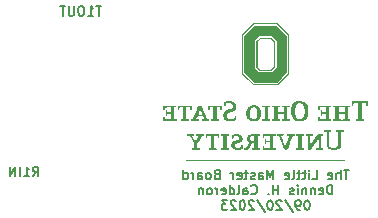
<source format=gbr>
%TF.GenerationSoftware,KiCad,Pcbnew,7.0.7*%
%TF.CreationDate,2023-09-21T17:56:25-04:00*%
%TF.ProjectId,Little_Master_Board,4c697474-6c65-45f4-9d61-737465725f42,rev?*%
%TF.SameCoordinates,Original*%
%TF.FileFunction,Legend,Bot*%
%TF.FilePolarity,Positive*%
%FSLAX46Y46*%
G04 Gerber Fmt 4.6, Leading zero omitted, Abs format (unit mm)*
G04 Created by KiCad (PCBNEW 7.0.7) date 2023-09-21 17:56:25*
%MOMM*%
%LPD*%
G01*
G04 APERTURE LIST*
%ADD10C,0.150000*%
G04 APERTURE END LIST*
D10*
X127452497Y-61933895D02*
X126995354Y-61933895D01*
X127223926Y-62733895D02*
X127223926Y-61933895D01*
X126309640Y-62733895D02*
X126766783Y-62733895D01*
X126538211Y-62733895D02*
X126538211Y-61933895D01*
X126538211Y-61933895D02*
X126614402Y-62048180D01*
X126614402Y-62048180D02*
X126690592Y-62124371D01*
X126690592Y-62124371D02*
X126766783Y-62162466D01*
X125814401Y-61933895D02*
X125662020Y-61933895D01*
X125662020Y-61933895D02*
X125585830Y-61971990D01*
X125585830Y-61971990D02*
X125509639Y-62048180D01*
X125509639Y-62048180D02*
X125471544Y-62200561D01*
X125471544Y-62200561D02*
X125471544Y-62467228D01*
X125471544Y-62467228D02*
X125509639Y-62619609D01*
X125509639Y-62619609D02*
X125585830Y-62695800D01*
X125585830Y-62695800D02*
X125662020Y-62733895D01*
X125662020Y-62733895D02*
X125814401Y-62733895D01*
X125814401Y-62733895D02*
X125890592Y-62695800D01*
X125890592Y-62695800D02*
X125966782Y-62619609D01*
X125966782Y-62619609D02*
X126004878Y-62467228D01*
X126004878Y-62467228D02*
X126004878Y-62200561D01*
X126004878Y-62200561D02*
X125966782Y-62048180D01*
X125966782Y-62048180D02*
X125890592Y-61971990D01*
X125890592Y-61971990D02*
X125814401Y-61933895D01*
X125128687Y-61933895D02*
X125128687Y-62581514D01*
X125128687Y-62581514D02*
X125090592Y-62657704D01*
X125090592Y-62657704D02*
X125052497Y-62695800D01*
X125052497Y-62695800D02*
X124976306Y-62733895D01*
X124976306Y-62733895D02*
X124823925Y-62733895D01*
X124823925Y-62733895D02*
X124747735Y-62695800D01*
X124747735Y-62695800D02*
X124709640Y-62657704D01*
X124709640Y-62657704D02*
X124671544Y-62581514D01*
X124671544Y-62581514D02*
X124671544Y-61933895D01*
X124404878Y-61933895D02*
X123947735Y-61933895D01*
X124176307Y-62733895D02*
X124176307Y-61933895D01*
X121642972Y-76322895D02*
X121909639Y-75941942D01*
X122100115Y-76322895D02*
X122100115Y-75522895D01*
X122100115Y-75522895D02*
X121795353Y-75522895D01*
X121795353Y-75522895D02*
X121719163Y-75560990D01*
X121719163Y-75560990D02*
X121681068Y-75599085D01*
X121681068Y-75599085D02*
X121642972Y-75675276D01*
X121642972Y-75675276D02*
X121642972Y-75789561D01*
X121642972Y-75789561D02*
X121681068Y-75865752D01*
X121681068Y-75865752D02*
X121719163Y-75903847D01*
X121719163Y-75903847D02*
X121795353Y-75941942D01*
X121795353Y-75941942D02*
X122100115Y-75941942D01*
X120881068Y-76322895D02*
X121338211Y-76322895D01*
X121109639Y-76322895D02*
X121109639Y-75522895D01*
X121109639Y-75522895D02*
X121185830Y-75637180D01*
X121185830Y-75637180D02*
X121262020Y-75713371D01*
X121262020Y-75713371D02*
X121338211Y-75751466D01*
X120538210Y-76322895D02*
X120538210Y-75522895D01*
X120157258Y-76322895D02*
X120157258Y-75522895D01*
X120157258Y-75522895D02*
X119700115Y-76322895D01*
X119700115Y-76322895D02*
X119700115Y-75522895D01*
X148417667Y-75791695D02*
X147960524Y-75791695D01*
X148189096Y-76591695D02*
X148189096Y-75791695D01*
X147693857Y-76591695D02*
X147693857Y-75791695D01*
X147351000Y-76591695D02*
X147351000Y-76172647D01*
X147351000Y-76172647D02*
X147389095Y-76096457D01*
X147389095Y-76096457D02*
X147465286Y-76058361D01*
X147465286Y-76058361D02*
X147579572Y-76058361D01*
X147579572Y-76058361D02*
X147655762Y-76096457D01*
X147655762Y-76096457D02*
X147693857Y-76134552D01*
X146665285Y-76553600D02*
X146741476Y-76591695D01*
X146741476Y-76591695D02*
X146893857Y-76591695D01*
X146893857Y-76591695D02*
X146970047Y-76553600D01*
X146970047Y-76553600D02*
X147008143Y-76477409D01*
X147008143Y-76477409D02*
X147008143Y-76172647D01*
X147008143Y-76172647D02*
X146970047Y-76096457D01*
X146970047Y-76096457D02*
X146893857Y-76058361D01*
X146893857Y-76058361D02*
X146741476Y-76058361D01*
X146741476Y-76058361D02*
X146665285Y-76096457D01*
X146665285Y-76096457D02*
X146627190Y-76172647D01*
X146627190Y-76172647D02*
X146627190Y-76248838D01*
X146627190Y-76248838D02*
X147008143Y-76325028D01*
X145293857Y-76591695D02*
X145674809Y-76591695D01*
X145674809Y-76591695D02*
X145674809Y-75791695D01*
X145027190Y-76591695D02*
X145027190Y-76058361D01*
X145027190Y-75791695D02*
X145065286Y-75829790D01*
X145065286Y-75829790D02*
X145027190Y-75867885D01*
X145027190Y-75867885D02*
X144989095Y-75829790D01*
X144989095Y-75829790D02*
X145027190Y-75791695D01*
X145027190Y-75791695D02*
X145027190Y-75867885D01*
X144760524Y-76058361D02*
X144455762Y-76058361D01*
X144646238Y-75791695D02*
X144646238Y-76477409D01*
X144646238Y-76477409D02*
X144608143Y-76553600D01*
X144608143Y-76553600D02*
X144531953Y-76591695D01*
X144531953Y-76591695D02*
X144455762Y-76591695D01*
X144303381Y-76058361D02*
X143998619Y-76058361D01*
X144189095Y-75791695D02*
X144189095Y-76477409D01*
X144189095Y-76477409D02*
X144151000Y-76553600D01*
X144151000Y-76553600D02*
X144074810Y-76591695D01*
X144074810Y-76591695D02*
X143998619Y-76591695D01*
X143617667Y-76591695D02*
X143693857Y-76553600D01*
X143693857Y-76553600D02*
X143731952Y-76477409D01*
X143731952Y-76477409D02*
X143731952Y-75791695D01*
X143008142Y-76553600D02*
X143084333Y-76591695D01*
X143084333Y-76591695D02*
X143236714Y-76591695D01*
X143236714Y-76591695D02*
X143312904Y-76553600D01*
X143312904Y-76553600D02*
X143351000Y-76477409D01*
X143351000Y-76477409D02*
X143351000Y-76172647D01*
X143351000Y-76172647D02*
X143312904Y-76096457D01*
X143312904Y-76096457D02*
X143236714Y-76058361D01*
X143236714Y-76058361D02*
X143084333Y-76058361D01*
X143084333Y-76058361D02*
X143008142Y-76096457D01*
X143008142Y-76096457D02*
X142970047Y-76172647D01*
X142970047Y-76172647D02*
X142970047Y-76248838D01*
X142970047Y-76248838D02*
X143351000Y-76325028D01*
X142017666Y-76591695D02*
X142017666Y-75791695D01*
X142017666Y-75791695D02*
X141751000Y-76363123D01*
X141751000Y-76363123D02*
X141484333Y-75791695D01*
X141484333Y-75791695D02*
X141484333Y-76591695D01*
X140760523Y-76591695D02*
X140760523Y-76172647D01*
X140760523Y-76172647D02*
X140798618Y-76096457D01*
X140798618Y-76096457D02*
X140874809Y-76058361D01*
X140874809Y-76058361D02*
X141027190Y-76058361D01*
X141027190Y-76058361D02*
X141103380Y-76096457D01*
X140760523Y-76553600D02*
X140836714Y-76591695D01*
X140836714Y-76591695D02*
X141027190Y-76591695D01*
X141027190Y-76591695D02*
X141103380Y-76553600D01*
X141103380Y-76553600D02*
X141141476Y-76477409D01*
X141141476Y-76477409D02*
X141141476Y-76401219D01*
X141141476Y-76401219D02*
X141103380Y-76325028D01*
X141103380Y-76325028D02*
X141027190Y-76286933D01*
X141027190Y-76286933D02*
X140836714Y-76286933D01*
X140836714Y-76286933D02*
X140760523Y-76248838D01*
X140417666Y-76553600D02*
X140341475Y-76591695D01*
X140341475Y-76591695D02*
X140189094Y-76591695D01*
X140189094Y-76591695D02*
X140112904Y-76553600D01*
X140112904Y-76553600D02*
X140074808Y-76477409D01*
X140074808Y-76477409D02*
X140074808Y-76439314D01*
X140074808Y-76439314D02*
X140112904Y-76363123D01*
X140112904Y-76363123D02*
X140189094Y-76325028D01*
X140189094Y-76325028D02*
X140303380Y-76325028D01*
X140303380Y-76325028D02*
X140379570Y-76286933D01*
X140379570Y-76286933D02*
X140417666Y-76210742D01*
X140417666Y-76210742D02*
X140417666Y-76172647D01*
X140417666Y-76172647D02*
X140379570Y-76096457D01*
X140379570Y-76096457D02*
X140303380Y-76058361D01*
X140303380Y-76058361D02*
X140189094Y-76058361D01*
X140189094Y-76058361D02*
X140112904Y-76096457D01*
X139846237Y-76058361D02*
X139541475Y-76058361D01*
X139731951Y-75791695D02*
X139731951Y-76477409D01*
X139731951Y-76477409D02*
X139693856Y-76553600D01*
X139693856Y-76553600D02*
X139617666Y-76591695D01*
X139617666Y-76591695D02*
X139541475Y-76591695D01*
X138970046Y-76553600D02*
X139046237Y-76591695D01*
X139046237Y-76591695D02*
X139198618Y-76591695D01*
X139198618Y-76591695D02*
X139274808Y-76553600D01*
X139274808Y-76553600D02*
X139312904Y-76477409D01*
X139312904Y-76477409D02*
X139312904Y-76172647D01*
X139312904Y-76172647D02*
X139274808Y-76096457D01*
X139274808Y-76096457D02*
X139198618Y-76058361D01*
X139198618Y-76058361D02*
X139046237Y-76058361D01*
X139046237Y-76058361D02*
X138970046Y-76096457D01*
X138970046Y-76096457D02*
X138931951Y-76172647D01*
X138931951Y-76172647D02*
X138931951Y-76248838D01*
X138931951Y-76248838D02*
X139312904Y-76325028D01*
X138589094Y-76591695D02*
X138589094Y-76058361D01*
X138589094Y-76210742D02*
X138550999Y-76134552D01*
X138550999Y-76134552D02*
X138512904Y-76096457D01*
X138512904Y-76096457D02*
X138436713Y-76058361D01*
X138436713Y-76058361D02*
X138360523Y-76058361D01*
X137217666Y-76172647D02*
X137103380Y-76210742D01*
X137103380Y-76210742D02*
X137065285Y-76248838D01*
X137065285Y-76248838D02*
X137027189Y-76325028D01*
X137027189Y-76325028D02*
X137027189Y-76439314D01*
X137027189Y-76439314D02*
X137065285Y-76515504D01*
X137065285Y-76515504D02*
X137103380Y-76553600D01*
X137103380Y-76553600D02*
X137179570Y-76591695D01*
X137179570Y-76591695D02*
X137484332Y-76591695D01*
X137484332Y-76591695D02*
X137484332Y-75791695D01*
X137484332Y-75791695D02*
X137217666Y-75791695D01*
X137217666Y-75791695D02*
X137141475Y-75829790D01*
X137141475Y-75829790D02*
X137103380Y-75867885D01*
X137103380Y-75867885D02*
X137065285Y-75944076D01*
X137065285Y-75944076D02*
X137065285Y-76020266D01*
X137065285Y-76020266D02*
X137103380Y-76096457D01*
X137103380Y-76096457D02*
X137141475Y-76134552D01*
X137141475Y-76134552D02*
X137217666Y-76172647D01*
X137217666Y-76172647D02*
X137484332Y-76172647D01*
X136570047Y-76591695D02*
X136646237Y-76553600D01*
X136646237Y-76553600D02*
X136684332Y-76515504D01*
X136684332Y-76515504D02*
X136722428Y-76439314D01*
X136722428Y-76439314D02*
X136722428Y-76210742D01*
X136722428Y-76210742D02*
X136684332Y-76134552D01*
X136684332Y-76134552D02*
X136646237Y-76096457D01*
X136646237Y-76096457D02*
X136570047Y-76058361D01*
X136570047Y-76058361D02*
X136455761Y-76058361D01*
X136455761Y-76058361D02*
X136379570Y-76096457D01*
X136379570Y-76096457D02*
X136341475Y-76134552D01*
X136341475Y-76134552D02*
X136303380Y-76210742D01*
X136303380Y-76210742D02*
X136303380Y-76439314D01*
X136303380Y-76439314D02*
X136341475Y-76515504D01*
X136341475Y-76515504D02*
X136379570Y-76553600D01*
X136379570Y-76553600D02*
X136455761Y-76591695D01*
X136455761Y-76591695D02*
X136570047Y-76591695D01*
X135617665Y-76591695D02*
X135617665Y-76172647D01*
X135617665Y-76172647D02*
X135655760Y-76096457D01*
X135655760Y-76096457D02*
X135731951Y-76058361D01*
X135731951Y-76058361D02*
X135884332Y-76058361D01*
X135884332Y-76058361D02*
X135960522Y-76096457D01*
X135617665Y-76553600D02*
X135693856Y-76591695D01*
X135693856Y-76591695D02*
X135884332Y-76591695D01*
X135884332Y-76591695D02*
X135960522Y-76553600D01*
X135960522Y-76553600D02*
X135998618Y-76477409D01*
X135998618Y-76477409D02*
X135998618Y-76401219D01*
X135998618Y-76401219D02*
X135960522Y-76325028D01*
X135960522Y-76325028D02*
X135884332Y-76286933D01*
X135884332Y-76286933D02*
X135693856Y-76286933D01*
X135693856Y-76286933D02*
X135617665Y-76248838D01*
X135236712Y-76591695D02*
X135236712Y-76058361D01*
X135236712Y-76210742D02*
X135198617Y-76134552D01*
X135198617Y-76134552D02*
X135160522Y-76096457D01*
X135160522Y-76096457D02*
X135084331Y-76058361D01*
X135084331Y-76058361D02*
X135008141Y-76058361D01*
X134398617Y-76591695D02*
X134398617Y-75791695D01*
X134398617Y-76553600D02*
X134474808Y-76591695D01*
X134474808Y-76591695D02*
X134627189Y-76591695D01*
X134627189Y-76591695D02*
X134703379Y-76553600D01*
X134703379Y-76553600D02*
X134741474Y-76515504D01*
X134741474Y-76515504D02*
X134779570Y-76439314D01*
X134779570Y-76439314D02*
X134779570Y-76210742D01*
X134779570Y-76210742D02*
X134741474Y-76134552D01*
X134741474Y-76134552D02*
X134703379Y-76096457D01*
X134703379Y-76096457D02*
X134627189Y-76058361D01*
X134627189Y-76058361D02*
X134474808Y-76058361D01*
X134474808Y-76058361D02*
X134398617Y-76096457D01*
X147008143Y-77879695D02*
X147008143Y-77079695D01*
X147008143Y-77079695D02*
X146817667Y-77079695D01*
X146817667Y-77079695D02*
X146703381Y-77117790D01*
X146703381Y-77117790D02*
X146627191Y-77193980D01*
X146627191Y-77193980D02*
X146589096Y-77270171D01*
X146589096Y-77270171D02*
X146551000Y-77422552D01*
X146551000Y-77422552D02*
X146551000Y-77536838D01*
X146551000Y-77536838D02*
X146589096Y-77689219D01*
X146589096Y-77689219D02*
X146627191Y-77765409D01*
X146627191Y-77765409D02*
X146703381Y-77841600D01*
X146703381Y-77841600D02*
X146817667Y-77879695D01*
X146817667Y-77879695D02*
X147008143Y-77879695D01*
X145903381Y-77841600D02*
X145979572Y-77879695D01*
X145979572Y-77879695D02*
X146131953Y-77879695D01*
X146131953Y-77879695D02*
X146208143Y-77841600D01*
X146208143Y-77841600D02*
X146246239Y-77765409D01*
X146246239Y-77765409D02*
X146246239Y-77460647D01*
X146246239Y-77460647D02*
X146208143Y-77384457D01*
X146208143Y-77384457D02*
X146131953Y-77346361D01*
X146131953Y-77346361D02*
X145979572Y-77346361D01*
X145979572Y-77346361D02*
X145903381Y-77384457D01*
X145903381Y-77384457D02*
X145865286Y-77460647D01*
X145865286Y-77460647D02*
X145865286Y-77536838D01*
X145865286Y-77536838D02*
X146246239Y-77613028D01*
X145522429Y-77346361D02*
X145522429Y-77879695D01*
X145522429Y-77422552D02*
X145484334Y-77384457D01*
X145484334Y-77384457D02*
X145408144Y-77346361D01*
X145408144Y-77346361D02*
X145293858Y-77346361D01*
X145293858Y-77346361D02*
X145217667Y-77384457D01*
X145217667Y-77384457D02*
X145179572Y-77460647D01*
X145179572Y-77460647D02*
X145179572Y-77879695D01*
X144798619Y-77346361D02*
X144798619Y-77879695D01*
X144798619Y-77422552D02*
X144760524Y-77384457D01*
X144760524Y-77384457D02*
X144684334Y-77346361D01*
X144684334Y-77346361D02*
X144570048Y-77346361D01*
X144570048Y-77346361D02*
X144493857Y-77384457D01*
X144493857Y-77384457D02*
X144455762Y-77460647D01*
X144455762Y-77460647D02*
X144455762Y-77879695D01*
X144074809Y-77879695D02*
X144074809Y-77346361D01*
X144074809Y-77079695D02*
X144112905Y-77117790D01*
X144112905Y-77117790D02*
X144074809Y-77155885D01*
X144074809Y-77155885D02*
X144036714Y-77117790D01*
X144036714Y-77117790D02*
X144074809Y-77079695D01*
X144074809Y-77079695D02*
X144074809Y-77155885D01*
X143731953Y-77841600D02*
X143655762Y-77879695D01*
X143655762Y-77879695D02*
X143503381Y-77879695D01*
X143503381Y-77879695D02*
X143427191Y-77841600D01*
X143427191Y-77841600D02*
X143389095Y-77765409D01*
X143389095Y-77765409D02*
X143389095Y-77727314D01*
X143389095Y-77727314D02*
X143427191Y-77651123D01*
X143427191Y-77651123D02*
X143503381Y-77613028D01*
X143503381Y-77613028D02*
X143617667Y-77613028D01*
X143617667Y-77613028D02*
X143693857Y-77574933D01*
X143693857Y-77574933D02*
X143731953Y-77498742D01*
X143731953Y-77498742D02*
X143731953Y-77460647D01*
X143731953Y-77460647D02*
X143693857Y-77384457D01*
X143693857Y-77384457D02*
X143617667Y-77346361D01*
X143617667Y-77346361D02*
X143503381Y-77346361D01*
X143503381Y-77346361D02*
X143427191Y-77384457D01*
X142436714Y-77879695D02*
X142436714Y-77079695D01*
X142436714Y-77460647D02*
X141979571Y-77460647D01*
X141979571Y-77879695D02*
X141979571Y-77079695D01*
X141598619Y-77803504D02*
X141560524Y-77841600D01*
X141560524Y-77841600D02*
X141598619Y-77879695D01*
X141598619Y-77879695D02*
X141636715Y-77841600D01*
X141636715Y-77841600D02*
X141598619Y-77803504D01*
X141598619Y-77803504D02*
X141598619Y-77879695D01*
X140151000Y-77803504D02*
X140189096Y-77841600D01*
X140189096Y-77841600D02*
X140303381Y-77879695D01*
X140303381Y-77879695D02*
X140379572Y-77879695D01*
X140379572Y-77879695D02*
X140493858Y-77841600D01*
X140493858Y-77841600D02*
X140570048Y-77765409D01*
X140570048Y-77765409D02*
X140608143Y-77689219D01*
X140608143Y-77689219D02*
X140646239Y-77536838D01*
X140646239Y-77536838D02*
X140646239Y-77422552D01*
X140646239Y-77422552D02*
X140608143Y-77270171D01*
X140608143Y-77270171D02*
X140570048Y-77193980D01*
X140570048Y-77193980D02*
X140493858Y-77117790D01*
X140493858Y-77117790D02*
X140379572Y-77079695D01*
X140379572Y-77079695D02*
X140303381Y-77079695D01*
X140303381Y-77079695D02*
X140189096Y-77117790D01*
X140189096Y-77117790D02*
X140151000Y-77155885D01*
X139465286Y-77879695D02*
X139465286Y-77460647D01*
X139465286Y-77460647D02*
X139503381Y-77384457D01*
X139503381Y-77384457D02*
X139579572Y-77346361D01*
X139579572Y-77346361D02*
X139731953Y-77346361D01*
X139731953Y-77346361D02*
X139808143Y-77384457D01*
X139465286Y-77841600D02*
X139541477Y-77879695D01*
X139541477Y-77879695D02*
X139731953Y-77879695D01*
X139731953Y-77879695D02*
X139808143Y-77841600D01*
X139808143Y-77841600D02*
X139846239Y-77765409D01*
X139846239Y-77765409D02*
X139846239Y-77689219D01*
X139846239Y-77689219D02*
X139808143Y-77613028D01*
X139808143Y-77613028D02*
X139731953Y-77574933D01*
X139731953Y-77574933D02*
X139541477Y-77574933D01*
X139541477Y-77574933D02*
X139465286Y-77536838D01*
X138970048Y-77879695D02*
X139046238Y-77841600D01*
X139046238Y-77841600D02*
X139084333Y-77765409D01*
X139084333Y-77765409D02*
X139084333Y-77079695D01*
X138322428Y-77879695D02*
X138322428Y-77079695D01*
X138322428Y-77841600D02*
X138398619Y-77879695D01*
X138398619Y-77879695D02*
X138551000Y-77879695D01*
X138551000Y-77879695D02*
X138627190Y-77841600D01*
X138627190Y-77841600D02*
X138665285Y-77803504D01*
X138665285Y-77803504D02*
X138703381Y-77727314D01*
X138703381Y-77727314D02*
X138703381Y-77498742D01*
X138703381Y-77498742D02*
X138665285Y-77422552D01*
X138665285Y-77422552D02*
X138627190Y-77384457D01*
X138627190Y-77384457D02*
X138551000Y-77346361D01*
X138551000Y-77346361D02*
X138398619Y-77346361D01*
X138398619Y-77346361D02*
X138322428Y-77384457D01*
X137636713Y-77841600D02*
X137712904Y-77879695D01*
X137712904Y-77879695D02*
X137865285Y-77879695D01*
X137865285Y-77879695D02*
X137941475Y-77841600D01*
X137941475Y-77841600D02*
X137979571Y-77765409D01*
X137979571Y-77765409D02*
X137979571Y-77460647D01*
X137979571Y-77460647D02*
X137941475Y-77384457D01*
X137941475Y-77384457D02*
X137865285Y-77346361D01*
X137865285Y-77346361D02*
X137712904Y-77346361D01*
X137712904Y-77346361D02*
X137636713Y-77384457D01*
X137636713Y-77384457D02*
X137598618Y-77460647D01*
X137598618Y-77460647D02*
X137598618Y-77536838D01*
X137598618Y-77536838D02*
X137979571Y-77613028D01*
X137255761Y-77879695D02*
X137255761Y-77346361D01*
X137255761Y-77498742D02*
X137217666Y-77422552D01*
X137217666Y-77422552D02*
X137179571Y-77384457D01*
X137179571Y-77384457D02*
X137103380Y-77346361D01*
X137103380Y-77346361D02*
X137027190Y-77346361D01*
X136646238Y-77879695D02*
X136722428Y-77841600D01*
X136722428Y-77841600D02*
X136760523Y-77803504D01*
X136760523Y-77803504D02*
X136798619Y-77727314D01*
X136798619Y-77727314D02*
X136798619Y-77498742D01*
X136798619Y-77498742D02*
X136760523Y-77422552D01*
X136760523Y-77422552D02*
X136722428Y-77384457D01*
X136722428Y-77384457D02*
X136646238Y-77346361D01*
X136646238Y-77346361D02*
X136531952Y-77346361D01*
X136531952Y-77346361D02*
X136455761Y-77384457D01*
X136455761Y-77384457D02*
X136417666Y-77422552D01*
X136417666Y-77422552D02*
X136379571Y-77498742D01*
X136379571Y-77498742D02*
X136379571Y-77727314D01*
X136379571Y-77727314D02*
X136417666Y-77803504D01*
X136417666Y-77803504D02*
X136455761Y-77841600D01*
X136455761Y-77841600D02*
X136531952Y-77879695D01*
X136531952Y-77879695D02*
X136646238Y-77879695D01*
X136036713Y-77346361D02*
X136036713Y-77879695D01*
X136036713Y-77422552D02*
X135998618Y-77384457D01*
X135998618Y-77384457D02*
X135922428Y-77346361D01*
X135922428Y-77346361D02*
X135808142Y-77346361D01*
X135808142Y-77346361D02*
X135731951Y-77384457D01*
X135731951Y-77384457D02*
X135693856Y-77460647D01*
X135693856Y-77460647D02*
X135693856Y-77879695D01*
X144893857Y-78367695D02*
X144817667Y-78367695D01*
X144817667Y-78367695D02*
X144741476Y-78405790D01*
X144741476Y-78405790D02*
X144703381Y-78443885D01*
X144703381Y-78443885D02*
X144665286Y-78520076D01*
X144665286Y-78520076D02*
X144627191Y-78672457D01*
X144627191Y-78672457D02*
X144627191Y-78862933D01*
X144627191Y-78862933D02*
X144665286Y-79015314D01*
X144665286Y-79015314D02*
X144703381Y-79091504D01*
X144703381Y-79091504D02*
X144741476Y-79129600D01*
X144741476Y-79129600D02*
X144817667Y-79167695D01*
X144817667Y-79167695D02*
X144893857Y-79167695D01*
X144893857Y-79167695D02*
X144970048Y-79129600D01*
X144970048Y-79129600D02*
X145008143Y-79091504D01*
X145008143Y-79091504D02*
X145046238Y-79015314D01*
X145046238Y-79015314D02*
X145084334Y-78862933D01*
X145084334Y-78862933D02*
X145084334Y-78672457D01*
X145084334Y-78672457D02*
X145046238Y-78520076D01*
X145046238Y-78520076D02*
X145008143Y-78443885D01*
X145008143Y-78443885D02*
X144970048Y-78405790D01*
X144970048Y-78405790D02*
X144893857Y-78367695D01*
X144246238Y-79167695D02*
X144093857Y-79167695D01*
X144093857Y-79167695D02*
X144017667Y-79129600D01*
X144017667Y-79129600D02*
X143979571Y-79091504D01*
X143979571Y-79091504D02*
X143903381Y-78977219D01*
X143903381Y-78977219D02*
X143865286Y-78824838D01*
X143865286Y-78824838D02*
X143865286Y-78520076D01*
X143865286Y-78520076D02*
X143903381Y-78443885D01*
X143903381Y-78443885D02*
X143941476Y-78405790D01*
X143941476Y-78405790D02*
X144017667Y-78367695D01*
X144017667Y-78367695D02*
X144170048Y-78367695D01*
X144170048Y-78367695D02*
X144246238Y-78405790D01*
X144246238Y-78405790D02*
X144284333Y-78443885D01*
X144284333Y-78443885D02*
X144322429Y-78520076D01*
X144322429Y-78520076D02*
X144322429Y-78710552D01*
X144322429Y-78710552D02*
X144284333Y-78786742D01*
X144284333Y-78786742D02*
X144246238Y-78824838D01*
X144246238Y-78824838D02*
X144170048Y-78862933D01*
X144170048Y-78862933D02*
X144017667Y-78862933D01*
X144017667Y-78862933D02*
X143941476Y-78824838D01*
X143941476Y-78824838D02*
X143903381Y-78786742D01*
X143903381Y-78786742D02*
X143865286Y-78710552D01*
X142951000Y-78329600D02*
X143636714Y-79358171D01*
X142722429Y-78443885D02*
X142684333Y-78405790D01*
X142684333Y-78405790D02*
X142608143Y-78367695D01*
X142608143Y-78367695D02*
X142417667Y-78367695D01*
X142417667Y-78367695D02*
X142341476Y-78405790D01*
X142341476Y-78405790D02*
X142303381Y-78443885D01*
X142303381Y-78443885D02*
X142265286Y-78520076D01*
X142265286Y-78520076D02*
X142265286Y-78596266D01*
X142265286Y-78596266D02*
X142303381Y-78710552D01*
X142303381Y-78710552D02*
X142760524Y-79167695D01*
X142760524Y-79167695D02*
X142265286Y-79167695D01*
X141770047Y-78367695D02*
X141693857Y-78367695D01*
X141693857Y-78367695D02*
X141617666Y-78405790D01*
X141617666Y-78405790D02*
X141579571Y-78443885D01*
X141579571Y-78443885D02*
X141541476Y-78520076D01*
X141541476Y-78520076D02*
X141503381Y-78672457D01*
X141503381Y-78672457D02*
X141503381Y-78862933D01*
X141503381Y-78862933D02*
X141541476Y-79015314D01*
X141541476Y-79015314D02*
X141579571Y-79091504D01*
X141579571Y-79091504D02*
X141617666Y-79129600D01*
X141617666Y-79129600D02*
X141693857Y-79167695D01*
X141693857Y-79167695D02*
X141770047Y-79167695D01*
X141770047Y-79167695D02*
X141846238Y-79129600D01*
X141846238Y-79129600D02*
X141884333Y-79091504D01*
X141884333Y-79091504D02*
X141922428Y-79015314D01*
X141922428Y-79015314D02*
X141960524Y-78862933D01*
X141960524Y-78862933D02*
X141960524Y-78672457D01*
X141960524Y-78672457D02*
X141922428Y-78520076D01*
X141922428Y-78520076D02*
X141884333Y-78443885D01*
X141884333Y-78443885D02*
X141846238Y-78405790D01*
X141846238Y-78405790D02*
X141770047Y-78367695D01*
X140589095Y-78329600D02*
X141274809Y-79358171D01*
X140360524Y-78443885D02*
X140322428Y-78405790D01*
X140322428Y-78405790D02*
X140246238Y-78367695D01*
X140246238Y-78367695D02*
X140055762Y-78367695D01*
X140055762Y-78367695D02*
X139979571Y-78405790D01*
X139979571Y-78405790D02*
X139941476Y-78443885D01*
X139941476Y-78443885D02*
X139903381Y-78520076D01*
X139903381Y-78520076D02*
X139903381Y-78596266D01*
X139903381Y-78596266D02*
X139941476Y-78710552D01*
X139941476Y-78710552D02*
X140398619Y-79167695D01*
X140398619Y-79167695D02*
X139903381Y-79167695D01*
X139408142Y-78367695D02*
X139331952Y-78367695D01*
X139331952Y-78367695D02*
X139255761Y-78405790D01*
X139255761Y-78405790D02*
X139217666Y-78443885D01*
X139217666Y-78443885D02*
X139179571Y-78520076D01*
X139179571Y-78520076D02*
X139141476Y-78672457D01*
X139141476Y-78672457D02*
X139141476Y-78862933D01*
X139141476Y-78862933D02*
X139179571Y-79015314D01*
X139179571Y-79015314D02*
X139217666Y-79091504D01*
X139217666Y-79091504D02*
X139255761Y-79129600D01*
X139255761Y-79129600D02*
X139331952Y-79167695D01*
X139331952Y-79167695D02*
X139408142Y-79167695D01*
X139408142Y-79167695D02*
X139484333Y-79129600D01*
X139484333Y-79129600D02*
X139522428Y-79091504D01*
X139522428Y-79091504D02*
X139560523Y-79015314D01*
X139560523Y-79015314D02*
X139598619Y-78862933D01*
X139598619Y-78862933D02*
X139598619Y-78672457D01*
X139598619Y-78672457D02*
X139560523Y-78520076D01*
X139560523Y-78520076D02*
X139522428Y-78443885D01*
X139522428Y-78443885D02*
X139484333Y-78405790D01*
X139484333Y-78405790D02*
X139408142Y-78367695D01*
X138836714Y-78443885D02*
X138798618Y-78405790D01*
X138798618Y-78405790D02*
X138722428Y-78367695D01*
X138722428Y-78367695D02*
X138531952Y-78367695D01*
X138531952Y-78367695D02*
X138455761Y-78405790D01*
X138455761Y-78405790D02*
X138417666Y-78443885D01*
X138417666Y-78443885D02*
X138379571Y-78520076D01*
X138379571Y-78520076D02*
X138379571Y-78596266D01*
X138379571Y-78596266D02*
X138417666Y-78710552D01*
X138417666Y-78710552D02*
X138874809Y-79167695D01*
X138874809Y-79167695D02*
X138379571Y-79167695D01*
X138112904Y-78367695D02*
X137617666Y-78367695D01*
X137617666Y-78367695D02*
X137884332Y-78672457D01*
X137884332Y-78672457D02*
X137770047Y-78672457D01*
X137770047Y-78672457D02*
X137693856Y-78710552D01*
X137693856Y-78710552D02*
X137655761Y-78748647D01*
X137655761Y-78748647D02*
X137617666Y-78824838D01*
X137617666Y-78824838D02*
X137617666Y-79015314D01*
X137617666Y-79015314D02*
X137655761Y-79091504D01*
X137655761Y-79091504D02*
X137693856Y-79129600D01*
X137693856Y-79129600D02*
X137770047Y-79167695D01*
X137770047Y-79167695D02*
X137998618Y-79167695D01*
X137998618Y-79167695D02*
X138074809Y-79129600D01*
X138074809Y-79129600D02*
X138112904Y-79091504D01*
%TO.C,G\u002A\u002A\u002A*%
G36*
X148065943Y-75070300D02*
G01*
X134636058Y-75070300D01*
X134636058Y-74972982D01*
X148065943Y-74972982D01*
X148065943Y-75070300D01*
G37*
G36*
X135090209Y-70707210D02*
G01*
X134964641Y-70707210D01*
X134942621Y-70512574D01*
X134652278Y-70512574D01*
X134652278Y-71500363D01*
X134846914Y-71522383D01*
X134846914Y-71647950D01*
X134165688Y-71647950D01*
X134165688Y-71522383D01*
X134360324Y-71500363D01*
X134360324Y-70512574D01*
X134069980Y-70512574D01*
X134047960Y-70707210D01*
X133922393Y-70707210D01*
X133922393Y-70350377D01*
X135090209Y-70350377D01*
X135090209Y-70707210D01*
G37*
G36*
X144611154Y-72909899D02*
G01*
X144416518Y-72932489D01*
X144416518Y-73932936D01*
X144493561Y-73943250D01*
X144528353Y-73948081D01*
X144574891Y-73957080D01*
X144599621Y-73969536D01*
X144609416Y-73990151D01*
X144611154Y-74023623D01*
X144611154Y-74080901D01*
X143927969Y-74080901D01*
X143933004Y-74020077D01*
X143933610Y-74012834D01*
X143938249Y-73981565D01*
X143950679Y-73963986D01*
X143978997Y-73953935D01*
X144031301Y-73945247D01*
X144124564Y-73931241D01*
X144124564Y-72932489D01*
X143929928Y-72909899D01*
X143929928Y-72783327D01*
X144611154Y-72783327D01*
X144611154Y-72909899D01*
G37*
G36*
X142129545Y-67130095D02*
G01*
X141996090Y-67264246D01*
X141862636Y-67398397D01*
X140837725Y-67398397D01*
X140705091Y-67262512D01*
X140572456Y-67126627D01*
X140572456Y-67099271D01*
X140669774Y-67099271D01*
X140771584Y-67200175D01*
X140873393Y-67301079D01*
X141830418Y-67301079D01*
X141931322Y-67199270D01*
X142032227Y-67097461D01*
X142032227Y-64940248D01*
X141812447Y-64722152D01*
X140887870Y-64722152D01*
X140669774Y-64941932D01*
X140669774Y-67099271D01*
X140572456Y-67099271D01*
X140572456Y-64912825D01*
X140705091Y-64776939D01*
X140837725Y-64641054D01*
X141861242Y-64641054D01*
X141995394Y-64774508D01*
X142129545Y-64907962D01*
X142129545Y-67097461D01*
X142129545Y-67130095D01*
G37*
G36*
X143167603Y-67552267D02*
G01*
X142725728Y-67994362D01*
X142283853Y-68436456D01*
X140419753Y-68436456D01*
X139550617Y-67569504D01*
X139550617Y-67196231D01*
X140442699Y-67196231D01*
X140609228Y-67362193D01*
X140775756Y-67528155D01*
X141927352Y-67528155D01*
X142101437Y-67353529D01*
X142275522Y-67178902D01*
X142275522Y-64859490D01*
X142092797Y-64677284D01*
X141910071Y-64495077D01*
X140790869Y-64495077D01*
X140442699Y-64844329D01*
X140442699Y-67196231D01*
X139550617Y-67196231D01*
X139550617Y-64470969D01*
X139984381Y-64036982D01*
X140418144Y-63602995D01*
X142283414Y-63602995D01*
X142725509Y-64044871D01*
X143167603Y-64486746D01*
X143167603Y-67178902D01*
X143167603Y-67552267D01*
G37*
G36*
X143361021Y-67649802D02*
G01*
X142873177Y-68148557D01*
X142385334Y-68647312D01*
X140337464Y-68647312D01*
X139838613Y-68148655D01*
X139339762Y-67649999D01*
X139339762Y-64411439D01*
X139415499Y-64411439D01*
X139437411Y-67617363D01*
X139903456Y-68083678D01*
X140369501Y-68549994D01*
X142332497Y-68549994D01*
X142806819Y-68075467D01*
X143281141Y-67600941D01*
X143281141Y-64405659D01*
X142814722Y-63939448D01*
X142348304Y-63473238D01*
X140353281Y-63473238D01*
X139884390Y-63942338D01*
X139415499Y-64411439D01*
X139339762Y-64411439D01*
X139339762Y-64364982D01*
X140317506Y-63375920D01*
X142380753Y-63375920D01*
X143362239Y-64357010D01*
X143361039Y-67600941D01*
X143361021Y-67649802D01*
G37*
G36*
X137442061Y-73140160D02*
G01*
X137315488Y-73140160D01*
X137292898Y-72945524D01*
X137004129Y-72945524D01*
X137004129Y-73931241D01*
X137097393Y-73945247D01*
X137108497Y-73946919D01*
X137156077Y-73955402D01*
X137181071Y-73966314D01*
X137191577Y-73985817D01*
X137195690Y-74020077D01*
X137200724Y-74080901D01*
X136515581Y-74080901D01*
X136520615Y-74020077D01*
X136521222Y-74012834D01*
X136525861Y-73981565D01*
X136538291Y-73963986D01*
X136566609Y-73953935D01*
X136618912Y-73945247D01*
X136712175Y-73931241D01*
X136712175Y-72945524D01*
X136421832Y-72945524D01*
X136399812Y-73140160D01*
X136274244Y-73140160D01*
X136274244Y-72783327D01*
X137442061Y-72783327D01*
X137442061Y-73140160D01*
G37*
G36*
X138261154Y-72791437D02*
G01*
X138261154Y-72848206D01*
X138261147Y-72854829D01*
X138259070Y-72884095D01*
X138247957Y-72900655D01*
X138220125Y-72910340D01*
X138167891Y-72918981D01*
X138074628Y-72932987D01*
X138074628Y-73932936D01*
X138151671Y-73943250D01*
X138186463Y-73948081D01*
X138233001Y-73957080D01*
X138257731Y-73969536D01*
X138267526Y-73990151D01*
X138269264Y-74023623D01*
X138269264Y-74080901D01*
X137586079Y-74080901D01*
X137591113Y-74020077D01*
X137591741Y-74012579D01*
X137596394Y-73981446D01*
X137608871Y-73963936D01*
X137637259Y-73953906D01*
X137689642Y-73945213D01*
X137783137Y-73931173D01*
X137778850Y-73434293D01*
X137774564Y-72937414D01*
X137588038Y-72907834D01*
X137588038Y-72782669D01*
X138261154Y-72791437D01*
G37*
G36*
X141753416Y-70411201D02*
G01*
X141752810Y-70418443D01*
X141748171Y-70449713D01*
X141735741Y-70467291D01*
X141707423Y-70477342D01*
X141655119Y-70486030D01*
X141561856Y-70500036D01*
X141561856Y-71498291D01*
X141655119Y-71512297D01*
X141666223Y-71513969D01*
X141713804Y-71522452D01*
X141738798Y-71533364D01*
X141749303Y-71552867D01*
X141753416Y-71587127D01*
X141758450Y-71647950D01*
X141075266Y-71647950D01*
X141075266Y-71522712D01*
X141156751Y-71513061D01*
X141185393Y-71509195D01*
X141229738Y-71501088D01*
X141254069Y-71493625D01*
X141258228Y-71478297D01*
X141262238Y-71432437D01*
X141265483Y-71358476D01*
X141267890Y-71258705D01*
X141269387Y-71135417D01*
X141269902Y-70990902D01*
X141269902Y-70497965D01*
X141172584Y-70486955D01*
X141075266Y-70475944D01*
X141075266Y-70350377D01*
X141758450Y-70350377D01*
X141753416Y-70411201D01*
G37*
G36*
X137652916Y-70707210D02*
G01*
X137588772Y-70707210D01*
X137573652Y-70707114D01*
X137539405Y-70702838D01*
X137523443Y-70685590D01*
X137514849Y-70646386D01*
X137508725Y-70607139D01*
X137499485Y-70557439D01*
X137486369Y-70529003D01*
X137462255Y-70515962D01*
X137420020Y-70512442D01*
X137352543Y-70512574D01*
X137214985Y-70512574D01*
X137214985Y-71499639D01*
X137304193Y-71510785D01*
X137393402Y-71521931D01*
X137393402Y-71647950D01*
X136728395Y-71647950D01*
X136728395Y-71521931D01*
X136906811Y-71499639D01*
X136906811Y-70512574D01*
X136768435Y-70512574D01*
X136735909Y-70512546D01*
X136678466Y-70513931D01*
X136643709Y-70521391D01*
X136624779Y-70539921D01*
X136614817Y-70574514D01*
X136606965Y-70630166D01*
X136596650Y-70707210D01*
X136468880Y-70707210D01*
X136468880Y-70350377D01*
X137652916Y-70350377D01*
X137652916Y-70707210D01*
G37*
G36*
X133805779Y-70411201D02*
G01*
X133805173Y-70418443D01*
X133800534Y-70449713D01*
X133788104Y-70467291D01*
X133759785Y-70477342D01*
X133707482Y-70486030D01*
X133614219Y-70500036D01*
X133614219Y-71500363D01*
X133808855Y-71522383D01*
X133808855Y-71647950D01*
X132689698Y-71647950D01*
X132689698Y-71307337D01*
X132816981Y-71307337D01*
X132830517Y-71392491D01*
X132844053Y-71477644D01*
X133083159Y-71482132D01*
X133322265Y-71486621D01*
X133322265Y-71047823D01*
X133018270Y-71047823D01*
X133007512Y-71128921D01*
X133001396Y-71170059D01*
X132991958Y-71197781D01*
X132973954Y-71208340D01*
X132940544Y-71210019D01*
X132884334Y-71210019D01*
X132884334Y-70723429D01*
X132938821Y-70723429D01*
X132967907Y-70724707D01*
X132987135Y-70733972D01*
X132998252Y-70759255D01*
X133007755Y-70808583D01*
X133022201Y-70893736D01*
X133172233Y-70898399D01*
X133322265Y-70903063D01*
X133322265Y-70511707D01*
X133083159Y-70516195D01*
X132844053Y-70520684D01*
X132816981Y-70690990D01*
X132689698Y-70690990D01*
X132689698Y-70350377D01*
X133810813Y-70350377D01*
X133805779Y-70411201D01*
G37*
G36*
X146927490Y-70411201D02*
G01*
X146926884Y-70418443D01*
X146922245Y-70449713D01*
X146909815Y-70467291D01*
X146881497Y-70477342D01*
X146829193Y-70486030D01*
X146735930Y-70500036D01*
X146735930Y-71498291D01*
X146829193Y-71512297D01*
X146840298Y-71513969D01*
X146887878Y-71522452D01*
X146912872Y-71533364D01*
X146923377Y-71552867D01*
X146927490Y-71587127D01*
X146932524Y-71647950D01*
X145811409Y-71647950D01*
X145811409Y-71307337D01*
X145938832Y-71307337D01*
X145949978Y-71396546D01*
X145961124Y-71485754D01*
X146443976Y-71485754D01*
X146443976Y-71047823D01*
X146138847Y-71047823D01*
X146127693Y-71128921D01*
X146121491Y-71169334D01*
X146111962Y-71197455D01*
X146094155Y-71208258D01*
X146061292Y-71210019D01*
X146006045Y-71210019D01*
X146006045Y-70721374D01*
X146057982Y-70726457D01*
X146078424Y-70729202D01*
X146101250Y-70739496D01*
X146115123Y-70764402D01*
X146127030Y-70812638D01*
X146144142Y-70893736D01*
X146435866Y-70893736D01*
X146445006Y-70512574D01*
X145961124Y-70512574D01*
X145938832Y-70690990D01*
X145811409Y-70690990D01*
X145811409Y-70350377D01*
X146932524Y-70350377D01*
X146927490Y-70411201D01*
G37*
G36*
X141647009Y-72787169D02*
G01*
X142202533Y-72791437D01*
X142202533Y-72848206D01*
X142202526Y-72854829D01*
X142200450Y-72884095D01*
X142189336Y-72900655D01*
X142161504Y-72910340D01*
X142109270Y-72918981D01*
X142016007Y-72932987D01*
X142016007Y-73932936D01*
X142093050Y-73943250D01*
X142127842Y-73948081D01*
X142174380Y-73957080D01*
X142199110Y-73969536D01*
X142208906Y-73990151D01*
X142210643Y-74023623D01*
X142210643Y-74080901D01*
X141091486Y-74080901D01*
X141091486Y-73740288D01*
X141218909Y-73740288D01*
X141241201Y-73918704D01*
X141724053Y-73918704D01*
X141724053Y-73480773D01*
X141416996Y-73480773D01*
X141406238Y-73561871D01*
X141400278Y-73602033D01*
X141390929Y-73630299D01*
X141373332Y-73641183D01*
X141340801Y-73642970D01*
X141286122Y-73642970D01*
X141286122Y-73154324D01*
X141338059Y-73159407D01*
X141358500Y-73162152D01*
X141381326Y-73172446D01*
X141395200Y-73197352D01*
X141407107Y-73245588D01*
X141424218Y-73326686D01*
X141715943Y-73326686D01*
X141720513Y-73136105D01*
X141725082Y-72945524D01*
X141241201Y-72945524D01*
X141218909Y-73123940D01*
X141091486Y-73123940D01*
X141091486Y-72782901D01*
X141647009Y-72787169D01*
G37*
G36*
X146003037Y-72786931D02*
G01*
X146225011Y-72791437D01*
X146225011Y-72848206D01*
X146225004Y-72854829D01*
X146222927Y-72884095D01*
X146211814Y-72900655D01*
X146183982Y-72910340D01*
X146131748Y-72918981D01*
X146038485Y-72932987D01*
X146038485Y-73932936D01*
X146115528Y-73943250D01*
X146150319Y-73948081D01*
X146196858Y-73957080D01*
X146221588Y-73969536D01*
X146231383Y-73990151D01*
X146233121Y-74023623D01*
X146233121Y-74080901D01*
X145647254Y-74080901D01*
X145652288Y-74020077D01*
X145652895Y-74012834D01*
X145657534Y-73981565D01*
X145669964Y-73963986D01*
X145698282Y-73953935D01*
X145750585Y-73945247D01*
X145843849Y-73931241D01*
X145843265Y-73547865D01*
X145842682Y-73164489D01*
X145805054Y-73210483D01*
X145799892Y-73217072D01*
X145774754Y-73250935D01*
X145734638Y-73306226D01*
X145682183Y-73379262D01*
X145620029Y-73466357D01*
X145550818Y-73563828D01*
X145477189Y-73667990D01*
X145186952Y-74079504D01*
X145069359Y-74080202D01*
X144951767Y-74080901D01*
X144951767Y-72932489D01*
X144757131Y-72909899D01*
X144757131Y-72783327D01*
X145341039Y-72783327D01*
X145341039Y-72909899D01*
X145146403Y-72932489D01*
X145146403Y-73666407D01*
X145223446Y-73558924D01*
X145241655Y-73533533D01*
X145283230Y-73475596D01*
X145337640Y-73399799D01*
X145401174Y-73311312D01*
X145470123Y-73215300D01*
X145540777Y-73116933D01*
X145781064Y-72782425D01*
X146003037Y-72786931D01*
G37*
G36*
X135301064Y-72907834D02*
G01*
X135212021Y-72922624D01*
X135122979Y-72937414D01*
X135229587Y-73107721D01*
X135272479Y-73176173D01*
X135311714Y-73238664D01*
X135342405Y-73287417D01*
X135360227Y-73315550D01*
X135364066Y-73321404D01*
X135373864Y-73332265D01*
X135384978Y-73332622D01*
X135400620Y-73319097D01*
X135424005Y-73288314D01*
X135458345Y-73236895D01*
X135506853Y-73161463D01*
X135521191Y-73139004D01*
X135564540Y-73070444D01*
X135600531Y-73012555D01*
X135625752Y-72970864D01*
X135636791Y-72950899D01*
X135635637Y-72943714D01*
X135609764Y-72930917D01*
X135553698Y-72920646D01*
X135463261Y-72909347D01*
X135463261Y-72783327D01*
X136144487Y-72783327D01*
X136144487Y-72909347D01*
X136056287Y-72920367D01*
X135968087Y-72931386D01*
X135772443Y-73230473D01*
X135576799Y-73529559D01*
X135576799Y-73931241D01*
X135670062Y-73945247D01*
X135681166Y-73946919D01*
X135728746Y-73955402D01*
X135753741Y-73966314D01*
X135764246Y-73985817D01*
X135768359Y-74020077D01*
X135773393Y-74080901D01*
X135090209Y-74080901D01*
X135090209Y-74023623D01*
X135090523Y-74004459D01*
X135095559Y-73978207D01*
X135112201Y-73962388D01*
X135147323Y-73952302D01*
X135207801Y-73943250D01*
X135284845Y-73932936D01*
X135284845Y-73512874D01*
X135097568Y-73222162D01*
X134910290Y-72931451D01*
X134733376Y-72909347D01*
X134733376Y-72783327D01*
X135301064Y-72783327D01*
X135301064Y-72907834D01*
G37*
G36*
X142867539Y-72791437D02*
G01*
X142867539Y-72848012D01*
X142865849Y-72879819D01*
X142855609Y-72898258D01*
X142829032Y-72909728D01*
X142778331Y-72920628D01*
X142741055Y-72929437D01*
X142704850Y-72942481D01*
X142691994Y-72953940D01*
X142693477Y-72959625D01*
X142704298Y-72992542D01*
X142723833Y-73048246D01*
X142750285Y-73121893D01*
X142781858Y-73208639D01*
X142816754Y-73303638D01*
X142853177Y-73402049D01*
X142889330Y-73499025D01*
X142923416Y-73589723D01*
X142953639Y-73669299D01*
X142978202Y-73732908D01*
X142995307Y-73775707D01*
X143003159Y-73792851D01*
X143008767Y-73784539D01*
X143024304Y-73750427D01*
X143047787Y-73694355D01*
X143077445Y-73620941D01*
X143111505Y-73534803D01*
X143148195Y-73440558D01*
X143185743Y-73342825D01*
X143222376Y-73246220D01*
X143256323Y-73155362D01*
X143285811Y-73074868D01*
X143309068Y-73009355D01*
X143324322Y-72963442D01*
X143329800Y-72941747D01*
X143321760Y-72936560D01*
X143289358Y-72928241D01*
X143240592Y-72920493D01*
X143151384Y-72909347D01*
X143151384Y-72783327D01*
X143816390Y-72783327D01*
X143816390Y-72907834D01*
X143724925Y-72922624D01*
X143633461Y-72937414D01*
X143428253Y-73480773D01*
X143384584Y-73596385D01*
X143339764Y-73715009D01*
X143299517Y-73821489D01*
X143265222Y-73912184D01*
X143238254Y-73983453D01*
X143219991Y-74031656D01*
X143211809Y-74053152D01*
X143208845Y-74059485D01*
X143196512Y-74071048D01*
X143171864Y-74077193D01*
X143128218Y-74078983D01*
X143058891Y-74077481D01*
X142917210Y-74072791D01*
X142704420Y-73505102D01*
X142491630Y-72937414D01*
X142399796Y-72922624D01*
X142307961Y-72907834D01*
X142307961Y-72782561D01*
X142867539Y-72791437D01*
G37*
G36*
X150012303Y-70366597D02*
G01*
X149947734Y-70366597D01*
X149942135Y-70366602D01*
X149910961Y-70365536D01*
X149891255Y-70357992D01*
X149878764Y-70337600D01*
X149869235Y-70297988D01*
X149858416Y-70232784D01*
X149848637Y-70171961D01*
X149477054Y-70171961D01*
X149477054Y-70827764D01*
X149477040Y-70870171D01*
X149476805Y-71027331D01*
X149476698Y-71155735D01*
X149477264Y-71258346D01*
X149479050Y-71338128D01*
X149482602Y-71398047D01*
X149488465Y-71441067D01*
X149497185Y-71470153D01*
X149509309Y-71488268D01*
X149525382Y-71498379D01*
X149545950Y-71503449D01*
X149571560Y-71506442D01*
X149602757Y-71510324D01*
X149628310Y-71514567D01*
X149658380Y-71524455D01*
X149669855Y-71544553D01*
X149671690Y-71584497D01*
X149671690Y-71647950D01*
X148974244Y-71647950D01*
X148974244Y-71584497D01*
X148974536Y-71560931D01*
X148980198Y-71532371D01*
X149000093Y-71518714D01*
X149043178Y-71510324D01*
X149051218Y-71509151D01*
X149081022Y-71505753D01*
X149105370Y-71502531D01*
X149124807Y-71496520D01*
X149139881Y-71484756D01*
X149151136Y-71464273D01*
X149159120Y-71432108D01*
X149164377Y-71385295D01*
X149167454Y-71320871D01*
X149168897Y-71235870D01*
X149169252Y-71127329D01*
X149169064Y-70992282D01*
X149168880Y-70827764D01*
X149168880Y-70171961D01*
X148982663Y-70171961D01*
X148937141Y-70171795D01*
X148870930Y-70171987D01*
X148828088Y-70176014D01*
X148802680Y-70187641D01*
X148788769Y-70210634D01*
X148780421Y-70248756D01*
X148771698Y-70305773D01*
X148769294Y-70320097D01*
X148759668Y-70351919D01*
X148739468Y-70364425D01*
X148697775Y-70366597D01*
X148633631Y-70366597D01*
X148633631Y-69993544D01*
X150012303Y-69993544D01*
X150012303Y-70366597D01*
G37*
G36*
X147738474Y-70411201D02*
G01*
X147737868Y-70418443D01*
X147733229Y-70449713D01*
X147720798Y-70467291D01*
X147692480Y-70477342D01*
X147640177Y-70486030D01*
X147546914Y-70500036D01*
X147546914Y-70885626D01*
X148049723Y-70885626D01*
X148049723Y-70500036D01*
X147956460Y-70486030D01*
X147945356Y-70484358D01*
X147897776Y-70475875D01*
X147872782Y-70464964D01*
X147862276Y-70445460D01*
X147858163Y-70411201D01*
X147853129Y-70350377D01*
X148538272Y-70350377D01*
X148533238Y-70411201D01*
X148532631Y-70418443D01*
X148527992Y-70449713D01*
X148515562Y-70467291D01*
X148487244Y-70477342D01*
X148434940Y-70486030D01*
X148341677Y-70500036D01*
X148341677Y-71500363D01*
X148536313Y-71522383D01*
X148536313Y-71647950D01*
X147853129Y-71647950D01*
X147858163Y-71587127D01*
X147858770Y-71579884D01*
X147863409Y-71548615D01*
X147875839Y-71531036D01*
X147904157Y-71520985D01*
X147956460Y-71512297D01*
X148049723Y-71498291D01*
X148049723Y-71047823D01*
X147546914Y-71047823D01*
X147546914Y-71265831D01*
X147546935Y-71277772D01*
X147548354Y-71360763D01*
X147551722Y-71428139D01*
X147556650Y-71474295D01*
X147562747Y-71493625D01*
X147573003Y-71497528D01*
X147609924Y-71505651D01*
X147660065Y-71513061D01*
X147741550Y-71522712D01*
X147741550Y-71647950D01*
X147058365Y-71647950D01*
X147063399Y-71587127D01*
X147064006Y-71579884D01*
X147068645Y-71548615D01*
X147081075Y-71531036D01*
X147109393Y-71520985D01*
X147161697Y-71512297D01*
X147254960Y-71498291D01*
X147254960Y-70500036D01*
X147161697Y-70486030D01*
X147150592Y-70484358D01*
X147103012Y-70475875D01*
X147078018Y-70464964D01*
X147067513Y-70445460D01*
X147063399Y-70411201D01*
X147058365Y-70350377D01*
X147743508Y-70350377D01*
X147738474Y-70411201D01*
G37*
G36*
X142580619Y-70410417D02*
G01*
X142580557Y-70411165D01*
X142576041Y-70445309D01*
X142564340Y-70464911D01*
X142537202Y-70476713D01*
X142486377Y-70487461D01*
X142397169Y-70504464D01*
X142392599Y-70695045D01*
X142388030Y-70885626D01*
X142891869Y-70885626D01*
X142891869Y-70500036D01*
X142798606Y-70486030D01*
X142787502Y-70484358D01*
X142739921Y-70475875D01*
X142714927Y-70464964D01*
X142704422Y-70445460D01*
X142700309Y-70411201D01*
X142695275Y-70350377D01*
X143380417Y-70350377D01*
X143375383Y-70411201D01*
X143374777Y-70418443D01*
X143370138Y-70449713D01*
X143357708Y-70467291D01*
X143329389Y-70477342D01*
X143277086Y-70486030D01*
X143183823Y-70500036D01*
X143183823Y-71500363D01*
X143378459Y-71522383D01*
X143378459Y-71647950D01*
X142695275Y-71647950D01*
X142700309Y-71587127D01*
X142700915Y-71579884D01*
X142705554Y-71548615D01*
X142717984Y-71531036D01*
X142746302Y-71520985D01*
X142798606Y-71512297D01*
X142891869Y-71498291D01*
X142891869Y-71047823D01*
X142389059Y-71047823D01*
X142389059Y-71265831D01*
X142389080Y-71277772D01*
X142390500Y-71360763D01*
X142393868Y-71428139D01*
X142398795Y-71474295D01*
X142404893Y-71493625D01*
X142415149Y-71497528D01*
X142452070Y-71505651D01*
X142502211Y-71513061D01*
X142583695Y-71522712D01*
X142583695Y-71647950D01*
X141900511Y-71647950D01*
X141905545Y-71587127D01*
X141906151Y-71579884D01*
X141910790Y-71548615D01*
X141923220Y-71531036D01*
X141951539Y-71520985D01*
X142003842Y-71512297D01*
X142097105Y-71498291D01*
X142097105Y-70500036D01*
X142003842Y-70486030D01*
X141992738Y-70484358D01*
X141945158Y-70475875D01*
X141920163Y-70464964D01*
X141909658Y-70445460D01*
X141905545Y-70411201D01*
X141900511Y-70350377D01*
X142585653Y-70350377D01*
X142580619Y-70410417D01*
G37*
G36*
X136364444Y-71493864D02*
G01*
X136457211Y-71508654D01*
X136549979Y-71523444D01*
X136549979Y-71647950D01*
X135980332Y-71647950D01*
X135985366Y-71587193D01*
X135989414Y-71553663D01*
X136000247Y-71533130D01*
X136026117Y-71521905D01*
X136075554Y-71512968D01*
X136105396Y-71507159D01*
X136145694Y-71493721D01*
X136160707Y-71479162D01*
X136156189Y-71458594D01*
X136142052Y-71415990D01*
X136121642Y-71362807D01*
X136082578Y-71266788D01*
X135589357Y-71266788D01*
X135498931Y-71493864D01*
X135590579Y-71510464D01*
X135597108Y-71511649D01*
X135646020Y-71521761D01*
X135671926Y-71533454D01*
X135682962Y-71553209D01*
X135687261Y-71587507D01*
X135692295Y-71647950D01*
X135007152Y-71647950D01*
X135012186Y-71587127D01*
X135012582Y-71582377D01*
X135017106Y-71549776D01*
X135029097Y-71531524D01*
X135056761Y-71521260D01*
X135108308Y-71512620D01*
X135199397Y-71498937D01*
X135325642Y-71172007D01*
X135353178Y-71100766D01*
X135657897Y-71100766D01*
X135669040Y-71104908D01*
X135706679Y-71108946D01*
X135764619Y-71111690D01*
X135836313Y-71112701D01*
X135898227Y-71111956D01*
X135958587Y-71109438D01*
X135999603Y-71105562D01*
X136014730Y-71100766D01*
X136013979Y-71095682D01*
X136005013Y-71064673D01*
X135987800Y-71013598D01*
X135964719Y-70948788D01*
X135938151Y-70876577D01*
X135910477Y-70803295D01*
X135884075Y-70735275D01*
X135861328Y-70678850D01*
X135844614Y-70640351D01*
X135836313Y-70626111D01*
X135834402Y-70628108D01*
X135822746Y-70651962D01*
X135803548Y-70697756D01*
X135779187Y-70759159D01*
X135752044Y-70829839D01*
X135724498Y-70903464D01*
X135698930Y-70973701D01*
X135677721Y-71034219D01*
X135663250Y-71078685D01*
X135657897Y-71100766D01*
X135353178Y-71100766D01*
X135367481Y-71063762D01*
X135416523Y-70937088D01*
X135465659Y-70810349D01*
X135510971Y-70693656D01*
X135548536Y-70597121D01*
X135645186Y-70349165D01*
X135925270Y-70358487D01*
X136144857Y-70926175D01*
X136212390Y-71100766D01*
X136364444Y-71493864D01*
G37*
G36*
X144974349Y-70828857D02*
G01*
X144972333Y-70909869D01*
X144952988Y-71091235D01*
X144913077Y-71247635D01*
X144852466Y-71379267D01*
X144771018Y-71486327D01*
X144668598Y-71569012D01*
X144545070Y-71627519D01*
X144400298Y-71662045D01*
X144337604Y-71668156D01*
X144252651Y-71670987D01*
X144173223Y-71668762D01*
X144074998Y-71657455D01*
X143930862Y-71620797D01*
X143808780Y-71561269D01*
X143708291Y-71478335D01*
X143628934Y-71371461D01*
X143570250Y-71240111D01*
X143531778Y-71083751D01*
X143513058Y-70901846D01*
X143512919Y-70816104D01*
X143835321Y-70816104D01*
X143839915Y-70953358D01*
X143855625Y-71081279D01*
X143884127Y-71199080D01*
X143931902Y-71310677D01*
X143995687Y-71394951D01*
X144075905Y-71452612D01*
X144094755Y-71461382D01*
X144190463Y-71487876D01*
X144290032Y-71490012D01*
X144384334Y-71468465D01*
X144464239Y-71423910D01*
X144483883Y-71407070D01*
X144546560Y-71333166D01*
X144593849Y-71239275D01*
X144626517Y-71122894D01*
X144645328Y-70981517D01*
X144651048Y-70812638D01*
X144645636Y-70661338D01*
X144627488Y-70519104D01*
X144595710Y-70402650D01*
X144549417Y-70309667D01*
X144487718Y-70237846D01*
X144409728Y-70184877D01*
X144362813Y-70167146D01*
X144278319Y-70153071D01*
X144187842Y-70153895D01*
X144105305Y-70170287D01*
X144051627Y-70199181D01*
X143992656Y-70250422D01*
X143939807Y-70313966D01*
X143902033Y-70380553D01*
X143882395Y-70436598D01*
X143857145Y-70548897D01*
X143841259Y-70678341D01*
X143835321Y-70816104D01*
X143512919Y-70816104D01*
X143512791Y-70737335D01*
X143530983Y-70564720D01*
X143568329Y-70412092D01*
X143624150Y-70281447D01*
X143697764Y-70174779D01*
X143788492Y-70094086D01*
X143872879Y-70046161D01*
X144002061Y-69999158D01*
X144141046Y-69973681D01*
X144283852Y-69969352D01*
X144424495Y-69985795D01*
X144556991Y-70022635D01*
X144675357Y-70079496D01*
X144773610Y-70156000D01*
X144838981Y-70234974D01*
X144899613Y-70348038D01*
X144942021Y-70483486D01*
X144966751Y-70643148D01*
X144973685Y-70812638D01*
X144974349Y-70828857D01*
G37*
G36*
X140702214Y-73932936D02*
G01*
X140779257Y-73943250D01*
X140814049Y-73948081D01*
X140860587Y-73957080D01*
X140885317Y-73969536D01*
X140895112Y-73990151D01*
X140896850Y-74023623D01*
X140896850Y-74080901D01*
X140213666Y-74080901D01*
X140218700Y-74020077D01*
X140219306Y-74012834D01*
X140223945Y-73981565D01*
X140236375Y-73963986D01*
X140264693Y-73953935D01*
X140316997Y-73945247D01*
X140410260Y-73931241D01*
X140410260Y-73492774D01*
X140335251Y-73501228D01*
X140320110Y-73503290D01*
X140271007Y-73516883D01*
X140227880Y-73542981D01*
X140187706Y-73585310D01*
X140147462Y-73647592D01*
X140104126Y-73733552D01*
X140054676Y-73846914D01*
X139960463Y-74072791D01*
X139747430Y-74077317D01*
X139534398Y-74081842D01*
X139534398Y-74024094D01*
X139534652Y-74006281D01*
X139539399Y-73979074D01*
X139555575Y-73962774D01*
X139590119Y-73952545D01*
X139649966Y-73943554D01*
X139724986Y-73933543D01*
X139784853Y-73789109D01*
X139794613Y-73766177D01*
X139831533Y-73686624D01*
X139871177Y-73609628D01*
X139906494Y-73549099D01*
X139968267Y-73453523D01*
X139910634Y-73422544D01*
X139892103Y-73410589D01*
X139846636Y-73369455D01*
X139807915Y-73320525D01*
X139781776Y-73272791D01*
X139752324Y-73174762D01*
X139752398Y-73170154D01*
X140045100Y-73170154D01*
X140066644Y-73242221D01*
X140111162Y-73303264D01*
X140136193Y-73323012D01*
X140167687Y-73336353D01*
X140213121Y-73344067D01*
X140281741Y-73348614D01*
X140410260Y-73354450D01*
X140410260Y-72945524D01*
X140282690Y-72945524D01*
X140232053Y-72946242D01*
X140178453Y-72950767D01*
X140141757Y-72961030D01*
X140112774Y-72978833D01*
X140070756Y-73027821D01*
X140046485Y-73095782D01*
X140045100Y-73170154D01*
X139752398Y-73170154D01*
X139753882Y-73077887D01*
X139786080Y-72985976D01*
X139848547Y-72902841D01*
X139879327Y-72873777D01*
X139911995Y-72848846D01*
X139948413Y-72829566D01*
X139992679Y-72815212D01*
X140048889Y-72805059D01*
X140121142Y-72798380D01*
X140213537Y-72794452D01*
X140330169Y-72792548D01*
X140475138Y-72791943D01*
X140888740Y-72791437D01*
X140888740Y-72848206D01*
X140888733Y-72854829D01*
X140886656Y-72884095D01*
X140875543Y-72900655D01*
X140847711Y-72910340D01*
X140795477Y-72918981D01*
X140702214Y-72932987D01*
X140702214Y-73354450D01*
X140702214Y-73932936D01*
G37*
G36*
X140952697Y-71058336D02*
G01*
X140951067Y-71139602D01*
X140947291Y-71200143D01*
X140940510Y-71247385D01*
X140929863Y-71288751D01*
X140914490Y-71331667D01*
X140876595Y-71408136D01*
X140802008Y-71504032D01*
X140708514Y-71579869D01*
X140602234Y-71629804D01*
X140591443Y-71633107D01*
X140482026Y-71655457D01*
X140351145Y-71663259D01*
X140250560Y-71659551D01*
X140108332Y-71635343D01*
X139988893Y-71588339D01*
X139891910Y-71518190D01*
X139817054Y-71424546D01*
X139763994Y-71307059D01*
X139732401Y-71165382D01*
X139722963Y-71015383D01*
X140032022Y-71015383D01*
X140033806Y-71086444D01*
X140045922Y-71209081D01*
X140070664Y-71306051D01*
X140109527Y-71380746D01*
X140164007Y-71436556D01*
X140235599Y-71476870D01*
X140241767Y-71479338D01*
X140297380Y-71495287D01*
X140348915Y-71501617D01*
X140384902Y-71497991D01*
X140455902Y-71475818D01*
X140521092Y-71439104D01*
X140567174Y-71394381D01*
X140595149Y-71350305D01*
X140616815Y-71304415D01*
X140631343Y-71253095D01*
X140640067Y-71189607D01*
X140644323Y-71107210D01*
X140645445Y-70999164D01*
X140645442Y-70987419D01*
X140644975Y-70896952D01*
X140643049Y-70831046D01*
X140638723Y-70782607D01*
X140631056Y-70744540D01*
X140619106Y-70709750D01*
X140601933Y-70671141D01*
X140568507Y-70614011D01*
X140502938Y-70547792D01*
X140423593Y-70508911D01*
X140334512Y-70499053D01*
X140239734Y-70519905D01*
X140195023Y-70540981D01*
X140132620Y-70590811D01*
X140086202Y-70660583D01*
X140054685Y-70752881D01*
X140036985Y-70870286D01*
X140032022Y-71015383D01*
X139722963Y-71015383D01*
X139721943Y-70999164D01*
X139725992Y-70880268D01*
X139742619Y-70760874D01*
X139773944Y-70661064D01*
X139821939Y-70574893D01*
X139888572Y-70496417D01*
X139934316Y-70453496D01*
X139996472Y-70407187D01*
X140062397Y-70375263D01*
X140139162Y-70355380D01*
X140233837Y-70345196D01*
X140353491Y-70342369D01*
X140391367Y-70342463D01*
X140465909Y-70343771D01*
X140520268Y-70347717D01*
X140563165Y-70355679D01*
X140603322Y-70369037D01*
X140649459Y-70389170D01*
X140657312Y-70392860D01*
X140766588Y-70462148D01*
X140852614Y-70554032D01*
X140914881Y-70667977D01*
X140926458Y-70698210D01*
X140938459Y-70737576D01*
X140946268Y-70780016D01*
X140950731Y-70832868D01*
X140952692Y-70903471D01*
X140952997Y-70999164D01*
X140952697Y-71058336D01*
G37*
G36*
X138491122Y-69983509D02*
G01*
X138612254Y-70016930D01*
X138713605Y-70069747D01*
X138792771Y-70141494D01*
X138847350Y-70231704D01*
X138872506Y-70314934D01*
X138882237Y-70426508D01*
X138868668Y-70537772D01*
X138833019Y-70640224D01*
X138776509Y-70725360D01*
X138761936Y-70740771D01*
X138715965Y-70780872D01*
X138659053Y-70817784D01*
X138586047Y-70854188D01*
X138491794Y-70892763D01*
X138371142Y-70936191D01*
X138299353Y-70961835D01*
X138230167Y-70988339D01*
X138176257Y-71010911D01*
X138145389Y-71026444D01*
X138106977Y-71061109D01*
X138070950Y-71128719D01*
X138058408Y-71213522D01*
X138058420Y-71216187D01*
X138074079Y-71305209D01*
X138118369Y-71379702D01*
X138189778Y-71437095D01*
X138202757Y-71444308D01*
X138234729Y-71459426D01*
X138268314Y-71469110D01*
X138311216Y-71474518D01*
X138371140Y-71476810D01*
X138455790Y-71477147D01*
X138519960Y-71476709D01*
X138599819Y-71473781D01*
X138655277Y-71465836D01*
X138691285Y-71450268D01*
X138712793Y-71424475D01*
X138724751Y-71385851D01*
X138732109Y-71331795D01*
X138743413Y-71226239D01*
X138885611Y-71226239D01*
X138885611Y-71578346D01*
X138768018Y-71613007D01*
X138701839Y-71630448D01*
X138614496Y-71649431D01*
X138536888Y-71662471D01*
X138493838Y-71667080D01*
X138350062Y-71670282D01*
X138206106Y-71657027D01*
X138076622Y-71628399D01*
X138022159Y-71607800D01*
X137926411Y-71547872D01*
X137851228Y-71466606D01*
X137798345Y-71367794D01*
X137769498Y-71255226D01*
X137766422Y-71132695D01*
X137790852Y-71003993D01*
X137812211Y-70947689D01*
X137855579Y-70879204D01*
X137918004Y-70819505D01*
X138002828Y-70766167D01*
X138113394Y-70716768D01*
X138253044Y-70668884D01*
X138324190Y-70645463D01*
X138426150Y-70603597D01*
X138500313Y-70558939D01*
X138549633Y-70508949D01*
X138577061Y-70451088D01*
X138585547Y-70382816D01*
X138572940Y-70301951D01*
X138533223Y-70235686D01*
X138464314Y-70181496D01*
X138454055Y-70176222D01*
X138392902Y-70159145D01*
X138308334Y-70151102D01*
X138206711Y-70152404D01*
X138094393Y-70163363D01*
X138069498Y-70166701D01*
X138038507Y-70172832D01*
X138019065Y-70184965D01*
X138006745Y-70209561D01*
X137997125Y-70253082D01*
X137985778Y-70321993D01*
X137981338Y-70346719D01*
X137970977Y-70371769D01*
X137948436Y-70381304D01*
X137903586Y-70382816D01*
X137831333Y-70382816D01*
X137831333Y-70060939D01*
X137884046Y-70044374D01*
X138033065Y-70004303D01*
X138199124Y-69976729D01*
X138352611Y-69969953D01*
X138491122Y-69983509D01*
G37*
G36*
X146898127Y-72490272D02*
G01*
X146898022Y-72506079D01*
X146893697Y-72540138D01*
X146876426Y-72556006D01*
X146837303Y-72564561D01*
X146832334Y-72565366D01*
X146780747Y-72574201D01*
X146739019Y-72582067D01*
X146701559Y-72589794D01*
X146711601Y-73699738D01*
X146755976Y-73775224D01*
X146805423Y-73839637D01*
X146874323Y-73887969D01*
X146963016Y-73915766D01*
X147075478Y-73924890D01*
X147076791Y-73924893D01*
X147146386Y-73922225D01*
X147211409Y-73915042D01*
X147257945Y-73904871D01*
X147306449Y-73879827D01*
X147366996Y-73827971D01*
X147417549Y-73763447D01*
X147448426Y-73696832D01*
X147453112Y-73664970D01*
X147457403Y-73602304D01*
X147460895Y-73512798D01*
X147463503Y-73399338D01*
X147465141Y-73264805D01*
X147465725Y-73112085D01*
X147465815Y-72589309D01*
X147429321Y-72581825D01*
X147426086Y-72581171D01*
X147382982Y-72573189D01*
X147332003Y-72564561D01*
X147317679Y-72562157D01*
X147285857Y-72552531D01*
X147273351Y-72532331D01*
X147271179Y-72490638D01*
X147271179Y-72426495D01*
X147968625Y-72426495D01*
X147968625Y-72490638D01*
X147968529Y-72505759D01*
X147964253Y-72540006D01*
X147947005Y-72555967D01*
X147907801Y-72564561D01*
X147902632Y-72565398D01*
X147851452Y-72574142D01*
X147810483Y-72581825D01*
X147773989Y-72589309D01*
X147773989Y-73127240D01*
X147773983Y-73156650D01*
X147773685Y-73303378D01*
X147772820Y-73422188D01*
X147771221Y-73516915D01*
X147768721Y-73591395D01*
X147765154Y-73649463D01*
X147760353Y-73694953D01*
X147754153Y-73731702D01*
X147746387Y-73763543D01*
X147716307Y-73840025D01*
X147651287Y-73930520D01*
X147559434Y-74003793D01*
X147441440Y-74059333D01*
X147297995Y-74096626D01*
X147240944Y-74103365D01*
X147142998Y-74105700D01*
X147035686Y-74100398D01*
X146931747Y-74088208D01*
X146843925Y-74069882D01*
X146805024Y-74057222D01*
X146734313Y-74021272D01*
X146663203Y-73964780D01*
X146657911Y-73959944D01*
X146622893Y-73927344D01*
X146594229Y-73897432D01*
X146571252Y-73866696D01*
X146553295Y-73831624D01*
X146539689Y-73788702D01*
X146529768Y-73734419D01*
X146522863Y-73665260D01*
X146518306Y-73577715D01*
X146515430Y-73468269D01*
X146513567Y-73333412D01*
X146512050Y-73169629D01*
X146506994Y-72590860D01*
X146463320Y-72582220D01*
X146459931Y-72581554D01*
X146411765Y-72572522D01*
X146357961Y-72562950D01*
X146344448Y-72560546D01*
X146311748Y-72550877D01*
X146300216Y-72532049D01*
X146301192Y-72493461D01*
X146306109Y-72434604D01*
X146602118Y-72430184D01*
X146898127Y-72425763D01*
X146898127Y-72490272D01*
G37*
G36*
X139009110Y-72774668D02*
G01*
X139124344Y-72794689D01*
X139222151Y-72829189D01*
X139296291Y-72877210D01*
X139306406Y-72886953D01*
X139356491Y-72959001D01*
X139387273Y-73048144D01*
X139396593Y-73145246D01*
X139382293Y-73241171D01*
X139380629Y-73246770D01*
X139354025Y-73312227D01*
X139315005Y-73367552D01*
X139259612Y-73415550D01*
X139183887Y-73459026D01*
X139083872Y-73500787D01*
X138955611Y-73543636D01*
X138941088Y-73548168D01*
X138851407Y-73579883D01*
X138789044Y-73611242D01*
X138749753Y-73645813D01*
X138729292Y-73687165D01*
X138723414Y-73738866D01*
X138723464Y-73744142D01*
X138735479Y-73810079D01*
X138769930Y-73859351D01*
X138828729Y-73893088D01*
X138913785Y-73912422D01*
X139027012Y-73918483D01*
X139046202Y-73918448D01*
X139125984Y-73917450D01*
X139180081Y-73912902D01*
X139214139Y-73901830D01*
X139233803Y-73881265D01*
X139244718Y-73848233D01*
X139252530Y-73799763D01*
X139266773Y-73699738D01*
X139335707Y-73694751D01*
X139404640Y-73689763D01*
X139404640Y-73851935D01*
X139404003Y-73898119D01*
X139400840Y-73960062D01*
X139395627Y-74004412D01*
X139389038Y-74023750D01*
X139387610Y-74024524D01*
X139361563Y-74033961D01*
X139314403Y-74048161D01*
X139255225Y-74064364D01*
X139174019Y-74080949D01*
X139054861Y-74093580D01*
X138931190Y-74096003D01*
X138814733Y-74088100D01*
X138717220Y-74069754D01*
X138633439Y-74036669D01*
X138547153Y-73975588D01*
X138483676Y-73895797D01*
X138446848Y-73801111D01*
X138436669Y-73724956D01*
X138445578Y-73618632D01*
X138481180Y-73523337D01*
X138541499Y-73443699D01*
X138624561Y-73384350D01*
X138648987Y-73373417D01*
X138704787Y-73351967D01*
X138775631Y-73327226D01*
X138851929Y-73302643D01*
X138853922Y-73302028D01*
X138956307Y-73266643D01*
X139029914Y-73231590D01*
X139078206Y-73194204D01*
X139104643Y-73151817D01*
X139112686Y-73101763D01*
X139103040Y-73046378D01*
X139066726Y-72992943D01*
X139005854Y-72956161D01*
X138922997Y-72937473D01*
X138820732Y-72938321D01*
X138789988Y-72941425D01*
X138728012Y-72948931D01*
X138689503Y-72958125D01*
X138668050Y-72972486D01*
X138657244Y-72995494D01*
X138650675Y-73030626D01*
X138642750Y-73079253D01*
X138632417Y-73122928D01*
X138618380Y-73145926D01*
X138595872Y-73154870D01*
X138560125Y-73156380D01*
X138496339Y-73156380D01*
X138496339Y-73001891D01*
X138496303Y-72949679D01*
X138498585Y-72896658D01*
X138508022Y-72860451D01*
X138529513Y-72836277D01*
X138567957Y-72819350D01*
X138628254Y-72804888D01*
X138715304Y-72788107D01*
X138751318Y-72781888D01*
X138882688Y-72770082D01*
X139009110Y-72774668D01*
G37*
%TD*%
M02*

</source>
